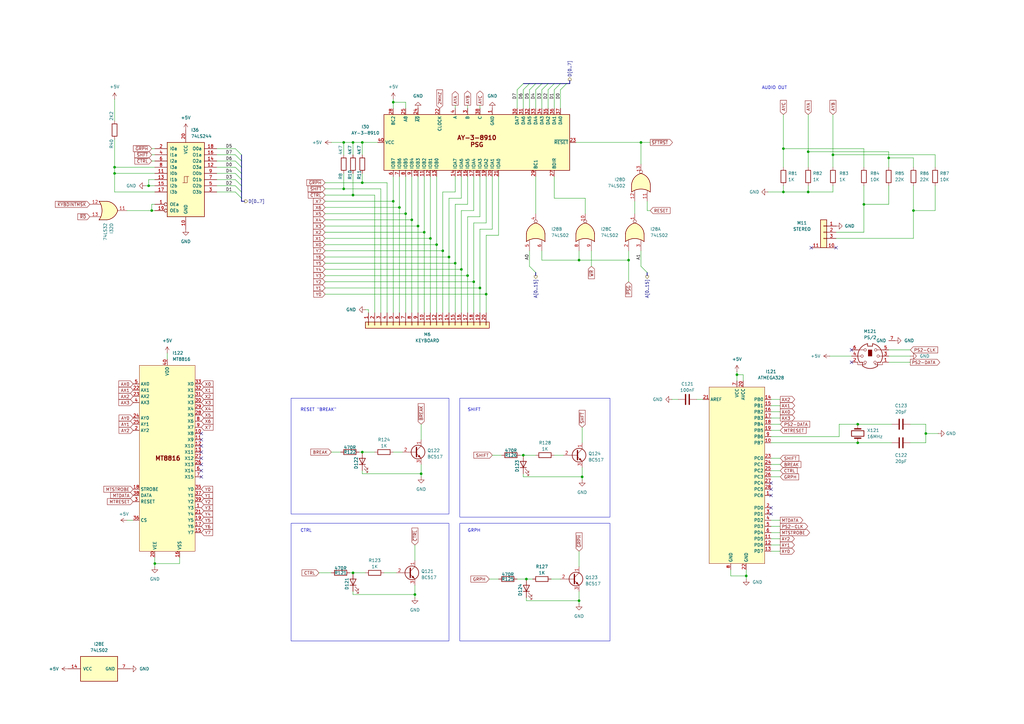
<source format=kicad_sch>
(kicad_sch (version 20250114) (generator "eeschema") (generator_version "9.0")
  (paper "A3")
  (rectangle (start 119.38 214.63) (end 184.15 262.89))
  (rectangle (start 188.595 163.322) (end 250.19 212.09))
  (rectangle (start 119.38 163.322) (end 184.15 210.82))
  (rectangle (start 188.595 214.63) (end 250.19 262.89))
  (text "SHIFT" (at 191.77 168.91 0) (effects (font (size 1.27 1.27)) (justify left bottom)))
  (text "GRPH" (at 191.77 218.44 0) (effects (font (size 1.27 1.27)) (justify left bottom)))
  (text "CTRL\n" (at 123.19 218.44 0) (effects (font (size 1.27 1.27)) (justify left bottom)))
  (text "AUDIO OUT\n" (at 312.42 36.83 0) (effects (font (size 1.27 1.27)) (justify left bottom)))
  (text "RESET \"BREAK\"" (at 123.19 168.91 0) (effects (font (size 1.27 1.27)) (justify left bottom)))
  (junction (at 166.37 87.63))
  (junction (at 196.85 118.11))
  (junction (at 214.63 186.69))
  (junction (at 161.29 41.91))
  (junction (at 181.61 102.87))
  (junction (at 331.47 78.74))
  (junction (at 189.23 110.49))
  (junction (at 237.49 246.38))
  (junction (at 199.39 120.65))
  (junction (at 306.07 236.22))
  (junction (at 161.29 82.55))
  (junction (at 184.15 105.41))
  (junction (at 144.78 80.01))
  (junction (at 176.53 97.79))
  (junction (at 60.96 76.2))
  (junction (at 46.99 68.58))
  (junction (at 144.78 58.42))
  (junction (at 321.31 60.96))
  (junction (at 144.78 234.95))
  (junction (at 163.83 85.09))
  (junction (at 173.99 95.25))
  (junction (at 62.23 86.36))
  (junction (at 171.45 92.71))
  (junction (at 140.97 58.42))
  (junction (at 148.59 74.93))
  (junction (at 172.72 194.31))
  (junction (at 215.9 237.49))
  (junction (at 148.59 58.42))
  (junction (at 374.65 86.36))
  (junction (at 170.18 243.84))
  (junction (at 302.26 153.67))
  (junction (at 148.59 185.42))
  (junction (at 351.79 181.61))
  (junction (at 379.73 177.8))
  (junction (at 238.76 195.58))
  (junction (at 331.47 62.23))
  (junction (at 194.31 115.57))
  (junction (at 321.31 78.74))
  (junction (at 168.91 90.17))
  (junction (at 237.49 106.68))
  (junction (at 262.89 58.42))
  (junction (at 351.79 173.99))
  (junction (at 63.5 231.14))
  (junction (at 191.77 113.03))
  (junction (at 186.69 107.95))
  (junction (at 46.99 71.12))
  (junction (at 140.97 77.47))
  (junction (at 179.07 100.33))
  (junction (at 341.63 63.5))
  (junction (at 354.33 83.82))
  (junction (at 257.81 106.68))
  (junction (at 364.49 64.77))
  (no_connect (at 82.55 182.88))
  (no_connect (at 82.55 187.96))
  (no_connect (at 82.55 193.04))
  (no_connect (at 316.23 208.28))
  (no_connect (at 316.23 203.2))
  (no_connect (at 316.23 210.82))
  (no_connect (at 82.55 180.34))
  (no_connect (at 349.25 148.59))
  (no_connect (at 349.25 143.51))
  (no_connect (at 332.74 101.6))
  (no_connect (at 342.9 101.6))
  (no_connect (at 82.55 195.58))
  (no_connect (at 316.23 200.66))
  (no_connect (at 82.55 185.42))
  (no_connect (at 82.55 177.8))
  (no_connect (at 316.23 198.12))
  (no_connect (at 82.55 190.5))
  (bus_entry (at 96.52 63.5) (size 2.54 2.54))
  (bus_entry (at 229.87 36.83) (size 2.54 -2.54))
  (bus_entry (at 96.52 66.04) (size 2.54 2.54))
  (bus_entry (at 217.17 109.22) (size 2.54 2.54))
  (bus_entry (at 214.63 36.83) (size 2.54 -2.54))
  (bus_entry (at 96.52 78.74) (size 2.54 2.54))
  (bus_entry (at 96.52 73.66) (size 2.54 2.54))
  (bus_entry (at 262.89 109.22) (size 2.54 2.54))
  (bus_entry (at 219.71 36.83) (size 2.54 -2.54))
  (bus_entry (at 212.09 36.83) (size 2.54 -2.54))
  (bus_entry (at 217.17 36.83) (size 2.54 -2.54))
  (bus_entry (at 96.52 60.96) (size 2.54 2.54))
  (bus_entry (at 96.52 76.2) (size 2.54 2.54))
  (bus_entry (at 224.79 36.83) (size 2.54 -2.54))
  (bus_entry (at 222.25 36.83) (size 2.54 -2.54))
  (bus_entry (at 96.52 71.12) (size 2.54 2.54))
  (bus_entry (at 227.33 36.83) (size 2.54 -2.54))
  (bus_entry (at 96.52 68.58) (size 2.54 2.54))
  (wire (pts (xy 340.36 146.05) (xy 349.25 146.05)))
  (wire (pts (xy 199.39 72.39) (xy 199.39 91.44)))
  (wire (pts (xy 262.89 58.42) (xy 236.22 58.42)))
  (wire (pts (xy 262.89 67.31) (xy 262.89 58.42)))
  (wire (pts (xy 320.04 220.98) (xy 316.23 220.98)))
  (wire (pts (xy 166.37 41.91) (xy 161.29 41.91)))
  (wire (pts (xy 176.53 72.39) (xy 176.53 97.79)))
  (wire (pts (xy 88.9 63.5) (xy 96.52 63.5)))
  (wire (pts (xy 237.49 226.06) (xy 237.49 232.41)))
  (wire (pts (xy 316.23 179.07) (xy 344.17 179.07)))
  (wire (pts (xy 179.07 72.39) (xy 179.07 100.33)))
  (wire (pts (xy 320.04 218.44) (xy 316.23 218.44)))
  (wire (pts (xy 316.23 195.58) (xy 320.04 195.58)))
  (wire (pts (xy 171.45 92.71) (xy 171.45 128.27)))
  (bus (pts (xy 100.33 82.55) (xy 99.06 82.55)))
  (wire (pts (xy 214.63 186.69) (xy 219.71 186.69)))
  (wire (pts (xy 364.49 143.51) (xy 373.38 143.51)))
  (wire (pts (xy 63.5 232.41) (xy 63.5 231.14)))
  (wire (pts (xy 73.66 231.14) (xy 63.5 231.14)))
  (wire (pts (xy 170.18 223.52) (xy 170.18 229.87)))
  (wire (pts (xy 237.49 106.68) (xy 257.81 106.68)))
  (wire (pts (xy 144.78 58.42) (xy 148.59 58.42)))
  (wire (pts (xy 383.54 86.36) (xy 383.54 76.2)))
  (wire (pts (xy 170.18 243.84) (xy 170.18 245.11)))
  (wire (pts (xy 133.35 97.79) (xy 176.53 97.79)))
  (wire (pts (xy 373.38 181.61) (xy 379.73 181.61)))
  (bus (pts (xy 99.06 73.66) (xy 99.06 71.12)))
  (wire (pts (xy 275.59 163.83) (xy 278.13 163.83)))
  (wire (pts (xy 265.43 82.55) (xy 265.43 86.36)))
  (wire (pts (xy 341.63 63.5) (xy 341.63 68.58)))
  (bus (pts (xy 229.87 34.29) (xy 227.33 34.29)))
  (wire (pts (xy 320.04 168.91) (xy 316.23 168.91)))
  (wire (pts (xy 204.47 72.39) (xy 204.47 96.52)))
  (wire (pts (xy 238.76 175.26) (xy 238.76 181.61)))
  (wire (pts (xy 148.59 194.31) (xy 148.59 193.04)))
  (wire (pts (xy 88.9 60.96) (xy 96.52 60.96)))
  (wire (pts (xy 227.33 44.45) (xy 227.33 36.83)))
  (wire (pts (xy 316.23 181.61) (xy 351.79 181.61)))
  (wire (pts (xy 46.99 71.12) (xy 63.5 71.12)))
  (wire (pts (xy 133.35 90.17) (xy 168.91 90.17)))
  (bus (pts (xy 99.06 78.74) (xy 99.06 76.2)))
  (wire (pts (xy 168.91 90.17) (xy 168.91 128.27)))
  (wire (pts (xy 226.06 237.49) (xy 229.87 237.49)))
  (wire (pts (xy 52.07 86.36) (xy 62.23 86.36)))
  (wire (pts (xy 374.65 76.2) (xy 374.65 86.36)))
  (wire (pts (xy 240.03 81.28) (xy 227.33 81.28)))
  (bus (pts (xy 99.06 68.58) (xy 99.06 66.04)))
  (wire (pts (xy 172.72 194.31) (xy 172.72 195.58)))
  (bus (pts (xy 99.06 81.28) (xy 99.06 78.74)))
  (wire (pts (xy 163.83 85.09) (xy 163.83 128.27)))
  (wire (pts (xy 320.04 223.52) (xy 316.23 223.52)))
  (wire (pts (xy 184.15 105.41) (xy 184.15 128.27)))
  (wire (pts (xy 217.17 44.45) (xy 217.17 36.83)))
  (wire (pts (xy 260.35 82.55) (xy 260.35 87.63)))
  (wire (pts (xy 148.59 58.42) (xy 148.59 63.5)))
  (wire (pts (xy 68.58 144.78) (xy 68.58 147.32)))
  (wire (pts (xy 133.35 95.25) (xy 173.99 95.25)))
  (wire (pts (xy 299.72 233.68) (xy 299.72 236.22)))
  (wire (pts (xy 224.79 44.45) (xy 224.79 36.83)))
  (wire (pts (xy 320.04 166.37) (xy 316.23 166.37)))
  (wire (pts (xy 302.26 152.4) (xy 302.26 153.67)))
  (wire (pts (xy 320.04 163.83) (xy 316.23 163.83)))
  (bus (pts (xy 222.25 34.29) (xy 219.71 34.29)))
  (wire (pts (xy 144.78 243.84) (xy 170.18 243.84)))
  (wire (pts (xy 196.85 72.39) (xy 196.85 88.9)))
  (wire (pts (xy 237.49 102.87) (xy 237.49 106.68)))
  (wire (pts (xy 153.67 128.27) (xy 153.67 80.01)))
  (wire (pts (xy 191.77 113.03) (xy 191.77 128.27)))
  (wire (pts (xy 172.72 173.99) (xy 172.72 180.34)))
  (wire (pts (xy 133.35 100.33) (xy 179.07 100.33)))
  (wire (pts (xy 148.59 185.42) (xy 153.67 185.42)))
  (wire (pts (xy 135.89 185.42) (xy 139.7 185.42)))
  (wire (pts (xy 186.69 43.18) (xy 186.69 44.45)))
  (wire (pts (xy 212.09 44.45) (xy 212.09 36.83)))
  (wire (pts (xy 176.53 97.79) (xy 176.53 128.27)))
  (wire (pts (xy 364.49 64.77) (xy 364.49 68.58)))
  (wire (pts (xy 237.49 246.38) (xy 237.49 247.65)))
  (wire (pts (xy 196.85 43.18) (xy 196.85 44.45)))
  (wire (pts (xy 200.66 237.49) (xy 204.47 237.49)))
  (wire (pts (xy 186.69 83.82) (xy 186.69 107.95)))
  (wire (pts (xy 135.89 58.42) (xy 140.97 58.42)))
  (wire (pts (xy 316.23 187.96) (xy 320.04 187.96)))
  (wire (pts (xy 46.99 68.58) (xy 46.99 57.15)))
  (wire (pts (xy 257.81 106.68) (xy 257.81 115.57)))
  (wire (pts (xy 213.36 186.69) (xy 214.63 186.69)))
  (wire (pts (xy 133.35 85.09) (xy 163.83 85.09)))
  (wire (pts (xy 163.83 72.39) (xy 163.83 85.09)))
  (wire (pts (xy 170.18 240.03) (xy 170.18 243.84)))
  (wire (pts (xy 262.89 102.87) (xy 262.89 109.22)))
  (wire (pts (xy 215.9 237.49) (xy 218.44 237.49)))
  (wire (pts (xy 140.97 71.12) (xy 140.97 77.47)))
  (wire (pts (xy 214.63 44.45) (xy 214.63 36.83)))
  (wire (pts (xy 237.49 242.57) (xy 237.49 246.38)))
  (wire (pts (xy 149.86 127) (xy 151.13 127)))
  (wire (pts (xy 374.65 68.58) (xy 374.65 64.77)))
  (wire (pts (xy 219.71 44.45) (xy 219.71 36.83)))
  (wire (pts (xy 148.59 74.93) (xy 158.75 74.93)))
  (wire (pts (xy 189.23 81.28) (xy 184.15 81.28)))
  (wire (pts (xy 133.35 120.65) (xy 199.39 120.65)))
  (wire (pts (xy 351.79 181.61) (xy 365.76 181.61)))
  (wire (pts (xy 222.25 102.87) (xy 222.25 106.68)))
  (wire (pts (xy 306.07 233.68) (xy 306.07 236.22)))
  (wire (pts (xy 374.65 64.77) (xy 364.49 64.77)))
  (bus (pts (xy 99.06 82.55) (xy 99.06 81.28)))
  (bus (pts (xy 224.79 34.29) (xy 222.25 34.29)))
  (wire (pts (xy 342.9 95.25) (xy 354.33 95.25)))
  (wire (pts (xy 133.35 80.01) (xy 144.78 80.01)))
  (wire (pts (xy 320.04 213.36) (xy 316.23 213.36)))
  (wire (pts (xy 354.33 60.96) (xy 354.33 68.58)))
  (wire (pts (xy 130.81 234.95) (xy 135.89 234.95)))
  (wire (pts (xy 364.49 62.23) (xy 364.49 64.77)))
  (wire (pts (xy 144.78 80.01) (xy 153.67 80.01)))
  (wire (pts (xy 331.47 78.74) (xy 341.63 78.74)))
  (bus (pts (xy 227.33 34.29) (xy 224.79 34.29)))
  (wire (pts (xy 140.97 77.47) (xy 156.21 77.47)))
  (wire (pts (xy 320.04 173.99) (xy 316.23 173.99)))
  (wire (pts (xy 331.47 76.2) (xy 331.47 78.74)))
  (wire (pts (xy 306.07 236.22) (xy 306.07 237.49)))
  (wire (pts (xy 133.35 77.47) (xy 140.97 77.47)))
  (wire (pts (xy 383.54 63.5) (xy 383.54 68.58)))
  (wire (pts (xy 320.04 226.06) (xy 316.23 226.06)))
  (wire (pts (xy 52.07 213.36) (xy 54.61 213.36)))
  (wire (pts (xy 199.39 91.44) (xy 194.31 91.44)))
  (wire (pts (xy 354.33 83.82) (xy 354.33 76.2)))
  (wire (pts (xy 364.49 76.2) (xy 364.49 83.82)))
  (wire (pts (xy 73.66 228.6) (xy 73.66 231.14)))
  (wire (pts (xy 321.31 76.2) (xy 321.31 78.74)))
  (wire (pts (xy 342.9 97.79) (xy 374.65 97.79)))
  (bus (pts (xy 265.43 113.03) (xy 265.43 111.76)))
  (wire (pts (xy 173.99 72.39) (xy 173.99 95.25)))
  (wire (pts (xy 316.23 176.53) (xy 320.04 176.53)))
  (wire (pts (xy 63.5 231.14) (xy 63.5 228.6)))
  (wire (pts (xy 379.73 177.8) (xy 384.81 177.8)))
  (wire (pts (xy 184.15 81.28) (xy 184.15 105.41)))
  (wire (pts (xy 133.35 110.49) (xy 189.23 110.49)))
  (wire (pts (xy 354.33 95.25) (xy 354.33 83.82)))
  (wire (pts (xy 158.75 128.27) (xy 158.75 74.93)))
  (wire (pts (xy 179.07 100.33) (xy 179.07 128.27)))
  (wire (pts (xy 265.43 86.36) (xy 266.7 86.36)))
  (wire (pts (xy 212.09 237.49) (xy 215.9 237.49)))
  (wire (pts (xy 189.23 86.36) (xy 189.23 110.49)))
  (wire (pts (xy 299.72 236.22) (xy 306.07 236.22)))
  (wire (pts (xy 88.9 66.04) (xy 96.52 66.04)))
  (wire (pts (xy 199.39 96.52) (xy 199.39 120.65)))
  (wire (pts (xy 344.17 179.07) (xy 344.17 173.99)))
  (wire (pts (xy 60.96 73.66) (xy 60.96 76.2)))
  (bus (pts (xy 99.06 76.2) (xy 99.06 73.66)))
  (wire (pts (xy 157.48 234.95) (xy 162.56 234.95)))
  (wire (pts (xy 364.49 83.82) (xy 354.33 83.82)))
  (wire (pts (xy 62.23 83.82) (xy 62.23 86.36)))
  (wire (pts (xy 262.89 58.42) (xy 266.7 58.42)))
  (wire (pts (xy 219.71 72.39) (xy 219.71 87.63)))
  (wire (pts (xy 316.23 190.5) (xy 320.04 190.5)))
  (wire (pts (xy 194.31 86.36) (xy 189.23 86.36)))
  (wire (pts (xy 181.61 102.87) (xy 181.61 128.27)))
  (wire (pts (xy 161.29 41.91) (xy 161.29 44.45)))
  (wire (pts (xy 63.5 83.82) (xy 62.23 83.82)))
  (wire (pts (xy 320.04 171.45) (xy 316.23 171.45)))
  (wire (pts (xy 196.85 88.9) (xy 191.77 88.9)))
  (wire (pts (xy 133.35 118.11) (xy 196.85 118.11)))
  (wire (pts (xy 379.73 173.99) (xy 379.73 177.8)))
  (wire (pts (xy 240.03 87.63) (xy 240.03 81.28)))
  (wire (pts (xy 133.35 82.55) (xy 161.29 82.55)))
  (wire (pts (xy 302.26 153.67) (xy 302.26 156.21)))
  (wire (pts (xy 321.31 60.96) (xy 354.33 60.96)))
  (wire (pts (xy 257.81 102.87) (xy 257.81 106.68)))
  (wire (pts (xy 214.63 195.58) (xy 238.76 195.58)))
  (wire (pts (xy 88.9 76.2) (xy 96.52 76.2)))
  (wire (pts (xy 374.65 97.79) (xy 374.65 86.36)))
  (wire (pts (xy 133.35 113.03) (xy 191.77 113.03)))
  (wire (pts (xy 133.35 107.95) (xy 186.69 107.95)))
  (bus (pts (xy 233.68 34.29) (xy 232.41 34.29)))
  (bus (pts (xy 233.68 33.02) (xy 233.68 34.29)))
  (wire (pts (xy 191.77 72.39) (xy 191.77 83.82)))
  (wire (pts (xy 189.23 72.39) (xy 189.23 81.28)))
  (wire (pts (xy 60.96 76.2) (xy 63.5 76.2)))
  (wire (pts (xy 133.35 102.87) (xy 181.61 102.87)))
  (wire (pts (xy 147.32 185.42) (xy 148.59 185.42)))
  (wire (pts (xy 238.76 195.58) (xy 238.76 196.85)))
  (wire (pts (xy 161.29 72.39) (xy 161.29 82.55)))
  (wire (pts (xy 133.35 105.41) (xy 184.15 105.41)))
  (wire (pts (xy 304.8 153.67) (xy 302.26 153.67)))
  (wire (pts (xy 60.96 73.66) (xy 63.5 73.66)))
  (wire (pts (xy 229.87 44.45) (xy 229.87 36.83)))
  (wire (pts (xy 191.77 83.82) (xy 186.69 83.82)))
  (wire (pts (xy 351.79 173.99) (xy 365.76 173.99)))
  (wire (pts (xy 374.65 86.36) (xy 383.54 86.36)))
  (wire (pts (xy 172.72 190.5) (xy 172.72 194.31)))
  (wire (pts (xy 62.23 86.36) (xy 63.5 86.36)))
  (wire (pts (xy 161.29 185.42) (xy 165.1 185.42)))
  (wire (pts (xy 196.85 118.11) (xy 196.85 128.27)))
  (wire (pts (xy 166.37 72.39) (xy 166.37 87.63)))
  (wire (pts (xy 316.23 193.04) (xy 320.04 193.04)))
  (wire (pts (xy 199.39 120.65) (xy 199.39 128.27)))
  (wire (pts (xy 201.93 186.69) (xy 205.74 186.69)))
  (wire (pts (xy 166.37 87.63) (xy 166.37 128.27)))
  (wire (pts (xy 88.9 71.12) (xy 96.52 71.12)))
  (wire (pts (xy 148.59 58.42) (xy 154.94 58.42)))
  (wire (pts (xy 156.21 128.27) (xy 156.21 77.47)))
  (bus (pts (xy 219.71 34.29) (xy 217.17 34.29)))
  (wire (pts (xy 341.63 46.99) (xy 341.63 63.5)))
  (wire (pts (xy 88.9 78.74) (xy 96.52 78.74)))
  (wire (pts (xy 238.76 191.77) (xy 238.76 195.58)))
  (bus (pts (xy 232.41 34.29) (xy 229.87 34.29)))
  (wire (pts (xy 227.33 81.28) (xy 227.33 72.39)))
  (wire (pts (xy 194.31 91.44) (xy 194.31 115.57)))
  (wire (pts (xy 143.51 234.95) (xy 144.78 234.95)))
  (wire (pts (xy 186.69 78.74) (xy 181.61 78.74)))
  (wire (pts (xy 331.47 62.23) (xy 331.47 68.58)))
  (wire (pts (xy 222.25 106.68) (xy 237.49 106.68)))
  (wire (pts (xy 46.99 68.58) (xy 63.5 68.58)))
  (wire (pts (xy 364.49 148.59) (xy 373.38 148.59)))
  (wire (pts (xy 191.77 88.9) (xy 191.77 113.03)))
  (wire (pts (xy 161.29 82.55) (xy 161.29 128.27)))
  (wire (pts (xy 379.73 181.61) (xy 379.73 177.8)))
  (wire (pts (xy 161.29 40.64) (xy 161.29 41.91)))
  (wire (pts (xy 62.23 66.04) (xy 63.5 66.04)))
  (wire (pts (xy 88.9 73.66) (xy 96.52 73.66)))
  (wire (pts (xy 341.63 63.5) (xy 383.54 63.5)))
  (wire (pts (xy 222.25 44.45) (xy 222.25 36.83)))
  (wire (pts (xy 148.59 194.31) (xy 172.72 194.31)))
  (wire (pts (xy 201.93 93.98) (xy 196.85 93.98)))
  (wire (pts (xy 204.47 96.52) (xy 199.39 96.52)))
  (bus (pts (xy 99.06 71.12) (xy 99.06 68.58)))
  (wire (pts (xy 168.91 72.39) (xy 168.91 90.17)))
  (wire (pts (xy 194.31 72.39) (xy 194.31 86.36)))
  (wire (pts (xy 321.31 78.74) (xy 331.47 78.74)))
  (wire (pts (xy 186.69 107.95) (xy 186.69 128.27)))
  (wire (pts (xy 181.61 78.74) (xy 181.61 102.87)))
  (wire (pts (xy 173.99 95.25) (xy 173.99 128.27)))
  (wire (pts (xy 151.13 127) (xy 151.13 128.27)))
  (wire (pts (xy 321.31 46.99) (xy 321.31 60.96)))
  (wire (pts (xy 46.99 78.74) (xy 63.5 78.74)))
  (wire (pts (xy 62.23 63.5) (xy 63.5 63.5)))
  (wire (pts (xy 227.33 186.69) (xy 231.14 186.69)))
  (bus (pts (xy 219.71 113.03) (xy 219.71 111.76)))
  (wire (pts (xy 331.47 62.23) (xy 364.49 62.23)))
  (wire (pts (xy 214.63 195.58) (xy 214.63 194.31)))
  (wire (pts (xy 373.38 173.99) (xy 379.73 173.99)))
  (wire (pts (xy 321.31 60.96) (xy 321.31 68.58)))
  (wire (pts (xy 144.78 71.12) (xy 144.78 80.01)))
  (wire (pts (xy 62.23 60.96) (xy 63.5 60.96)))
  (wire (pts (xy 46.99 78.74) (xy 46.99 71.12)))
  (wire (pts (xy 46.99 40.64) (xy 46.99 49.53)))
  (wire (pts (xy 186.69 72.39) (xy 186.69 78.74)))
  (wire (pts (xy 148.59 71.12) (xy 148.59 74.93)))
  (wire (pts (xy 140.97 58.42) (xy 140.97 63.5)))
  (bus (pts (xy 217.17 34.29) (xy 214.63 34.29)))
  (wire (pts (xy 217.17 102.87) (xy 217.17 109.22)))
  (wire (pts (xy 242.57 109.22) (xy 242.57 102.87)))
  (wire (pts (xy 144.78 58.42) (xy 144.78 63.5)))
  (wire (pts (xy 285.75 163.83) (xy 288.29 163.83)))
  (wire (pts (xy 133.35 87.63) (xy 166.37 87.63)))
  (wire (pts (xy 344.17 173.99) (xy 351.79 173.99)))
  (wire (pts (xy 46.99 71.12) (xy 46.99 68.58)))
  (wire (pts (xy 133.35 92.71) (xy 171.45 92.71)))
  (wire (pts (xy 171.45 72.39) (xy 171.45 92.71)))
  (wire (pts (xy 166.37 44.45) (xy 166.37 41.91)))
  (wire (pts (xy 215.9 246.38) (xy 237.49 246.38)))
  (wire (pts (xy 196.85 93.98) (xy 196.85 118.11)))
  (wire (pts (xy 144.78 243.84) (xy 144.78 242.57)))
  (wire (pts (xy 144.78 234.95) (xy 149.86 234.95)))
  (wire (pts (xy 191.77 43.18) (xy 191.77 44.45)))
  (wire (pts (xy 133.35 74.93) (xy 148.59 74.93)))
  (wire (pts (xy 189.23 110.49) (xy 189.23 128.27)))
  (wire (pts (xy 215.9 246.38) (xy 215.9 245.11)))
  (wire (pts (xy 320.04 215.9) (xy 316.23 215.9)))
  (wire (pts (xy 314.96 78.74) (xy 321.31 78.74)))
  (wire (pts (xy 201.93 72.39) (xy 201.93 93.98)))
  (wire (pts (xy 304.8 156.21) (xy 304.8 153.67)))
  (bus (pts (xy 99.06 66.04) (xy 99.06 63.5)))
  (wire (pts (xy 140.97 58.42) (xy 144.78 58.42)))
  (wire (pts (xy 88.9 68.58) (xy 96.52 68.58)))
  (wire (pts (xy 364.49 146.05) (xy 373.38 146.05)))
  (wire (pts (xy 133.35 115.57) (xy 194.31 115.57)))
  (wire (pts (xy 194.31 115.57) (xy 194.31 128.27)))
  (wire (pts (xy 341.63 78.74) (xy 341.63 76.2)))
  (wire (pts (xy 59.69 76.2) (xy 60.96 76.2)))
  (wire (pts (xy 331.47 46.99) (xy 331.47 62.23)))
  (label "D6" (at 214.63 38.1 270))
  (label "D4" (at 219.71 38.1 270))
  (label "D0" (at 95.25 68.58 180))
  (label "D2" (at 224.79 38.1 270))
  (label "D6" (at 95.25 66.04 180))
  (label "D7" (at 212.09 38.1 270))
  (label "D5" (at 217.17 38.1 270))
  (label "D0" (at 229.87 38.1 270))
  (label "D3" (at 222.25 38.1 270))
  (label "A1" (at 262.89 106.68 90))
  (label "D4" (at 95.25 71.12 180))
  (label "D1" (at 95.25 78.74 180))
  (label "D5" (at 95.25 60.96 180))
  (label "D7" (at 95.25 63.5 180))
  (label "D3" (at 95.25 73.66 180))
  (label "D1" (at 227.33 38.1 270))
  (label "A0" (at 217.17 106.68 90))
  (label "D2" (at 95.25 76.2 180))
  (global_label "~{GRPH}" (shape input) (at 133.35 74.93 180) (property "Intersheetrefs" "${INTERSHEET_REFS}" (effects (hide yes))))
  (global_label "Y6" (shape input) (at 82.55 215.9 0) (property "Intersheetrefs" "${INTERSHEET_REFS}" (effects (hide yes))))
  (global_label "X2" (shape input) (at 82.55 162.56 0) (property "Intersheetrefs" "${INTERSHEET_REFS}" (effects (hide yes))))
  (global_label "AYC" (shape input) (at 321.31 46.99 90) (property "Intersheetrefs" "${INTERSHEET_REFS}" (effects (hide yes))))
  (global_label "MTDATA" (shape input) (at 54.61 203.2 180) (property "Intersheetrefs" "${INTERSHEET_REFS}" (effects (hide yes))))
  (global_label "X0" (shape input) (at 82.55 157.48 0) (property "Intersheetrefs" "${INTERSHEET_REFS}" (effects (hide yes))))
  (global_label "~{BREAK}" (shape input) (at 172.72 173.99 90) (property "Intersheetrefs" "${INTERSHEET_REFS}" (effects (hide yes))))
  (global_label "Y4" (shape input) (at 82.55 210.82 0) (property "Intersheetrefs" "${INTERSHEET_REFS}" (effects (hide yes))))
  (global_label "PS2-CLK" (shape output) (at 320.04 215.9 0) (property "Intersheetrefs" "${INTERSHEET_REFS}" (effects (hide yes))))
  (global_label "AX0" (shape input) (at 54.61 157.48 180) (property "Intersheetrefs" "${INTERSHEET_REFS}" (effects (hide yes))))
  (global_label "~{CTRL}" (shape input) (at 170.18 223.52 90) (property "Intersheetrefs" "${INTERSHEET_REFS}" (effects (hide yes))))
  (global_label "Y6" (shape input) (at 133.35 105.41 180) (property "Intersheetrefs" "${INTERSHEET_REFS}" (effects (hide yes))))
  (global_label "~{KYBDINTMSK}" (shape input) (at 36.83 83.82 180) (property "Intersheetrefs" "${INTERSHEET_REFS}" (effects (hide yes))))
  (global_label "Y2" (shape input) (at 82.55 205.74 0) (property "Intersheetrefs" "${INTERSHEET_REFS}" (effects (hide yes))))
  (global_label "MTDATA" (shape output) (at 320.04 213.36 0) (property "Intersheetrefs" "${INTERSHEET_REFS}" (effects (hide yes))))
  (global_label "X7" (shape input) (at 133.35 82.55 180) (property "Intersheetrefs" "${INTERSHEET_REFS}" (effects (hide yes))))
  (global_label "Y2" (shape input) (at 133.35 115.57 180) (property "Intersheetrefs" "${INTERSHEET_REFS}" (effects (hide yes))))
  (global_label "~{GRPH}" (shape input) (at 237.49 226.06 90) (property "Intersheetrefs" "${INTERSHEET_REFS}" (effects (hide yes))))
  (global_label "X7" (shape input) (at 82.55 175.26 0) (property "Intersheetrefs" "${INTERSHEET_REFS}" (effects (hide yes))))
  (global_label "GRPH" (shape input) (at 320.04 195.58 0) (property "Intersheetrefs" "${INTERSHEET_REFS}" (effects (hide yes))))
  (global_label "X3" (shape input) (at 82.55 165.1 0) (property "Intersheetrefs" "${INTERSHEET_REFS}" (effects (hide yes))))
  (global_label "X5" (shape input) (at 133.35 87.63 180) (property "Intersheetrefs" "${INTERSHEET_REFS}" (effects (hide yes))))
  (global_label "AX3" (shape input) (at 54.61 165.1 180) (property "Intersheetrefs" "${INTERSHEET_REFS}" (effects (hide yes))))
  (global_label "AY0" (shape output) (at 320.04 226.06 0) (property "Intersheetrefs" "${INTERSHEET_REFS}" (effects (hide yes))))
  (global_label "AY1" (shape input) (at 54.61 173.99 180) (property "Intersheetrefs" "${INTERSHEET_REFS}" (effects (hide yes))))
  (global_label "RESET" (shape input) (at 266.7 86.36 0) (property "Intersheetrefs" "${INTERSHEET_REFS}" (effects (hide yes))))
  (global_label "~{SFTRST}" (shape output) (at 266.7 58.42 0) (property "Intersheetrefs" "${INTERSHEET_REFS}" (effects (hide yes))))
  (global_label "~{RD}" (shape input) (at 36.83 88.9 180) (property "Intersheetrefs" "${INTERSHEET_REFS}" (effects (hide yes))))
  (global_label "AY2" (shape output) (at 320.04 220.98 0) (property "Intersheetrefs" "${INTERSHEET_REFS}" (effects (hide yes))))
  (global_label "AY0" (shape input) (at 54.61 171.45 180) (property "Intersheetrefs" "${INTERSHEET_REFS}" (effects (hide yes))))
  (global_label "Y1" (shape input) (at 133.35 118.11 180) (property "Intersheetrefs" "${INTERSHEET_REFS}" (effects (hide yes))))
  (global_label "AYA" (shape output) (at 186.69 43.18 90) (property "Intersheetrefs" "${INTERSHEET_REFS}" (effects (hide yes))))
  (global_label "SHIFT" (shape input) (at 201.93 186.69 180) (property "Intersheetrefs" "${INTERSHEET_REFS}" (effects (hide yes))))
  (global_label "SHIFT" (shape input) (at 320.04 187.96 0) (property "Intersheetrefs" "${INTERSHEET_REFS}" (effects (hide yes))))
  (global_label "Y3" (shape input) (at 133.35 113.03 180) (property "Intersheetrefs" "${INTERSHEET_REFS}" (effects (hide yes))))
  (global_label "Y7" (shape input) (at 82.55 218.44 0) (property "Intersheetrefs" "${INTERSHEET_REFS}" (effects (hide yes))))
  (global_label "X6" (shape input) (at 133.35 85.09 180) (property "Intersheetrefs" "${INTERSHEET_REFS}" (effects (hide yes))))
  (global_label "~{CTRL}" (shape input) (at 62.23 66.04 180) (property "Intersheetrefs" "${INTERSHEET_REFS}" (effects (hide yes))))
  (global_label "Y7" (shape input) (at 133.35 102.87 180) (property "Intersheetrefs" "${INTERSHEET_REFS}" (effects (hide yes))))
  (global_label "X0" (shape input) (at 133.35 100.33 180) (property "Intersheetrefs" "${INTERSHEET_REFS}" (effects (hide yes))))
  (global_label "AX1" (shape output) (at 320.04 166.37 0) (property "Intersheetrefs" "${INTERSHEET_REFS}" (effects (hide yes))))
  (global_label "AY2" (shape input) (at 54.61 176.53 180) (property "Intersheetrefs" "${INTERSHEET_REFS}" (effects (hide yes))))
  (global_label "X4" (shape input) (at 133.35 90.17 180) (property "Intersheetrefs" "${INTERSHEET_REFS}" (effects (hide yes))))
  (global_label "X1" (shape input) (at 82.55 160.02 0) (property "Intersheetrefs" "${INTERSHEET_REFS}" (effects (hide yes))))
  (global_label "Y4" (shape input) (at 133.35 110.49 180) (property "Intersheetrefs" "${INTERSHEET_REFS}" (effects (hide yes))))
  (global_label "X3" (shape input) (at 133.35 92.71 180) (property "Intersheetrefs" "${INTERSHEET_REFS}" (effects (hide yes))))
  (global_label "GRPH" (shape input) (at 200.66 237.49 180) (property "Intersheetrefs" "${INTERSHEET_REFS}" (effects (hide yes))))
  (global_label "~{SHFT}" (shape input) (at 238.76 175.26 90) (property "Intersheetrefs" "${INTERSHEET_REFS}" (effects (hide yes))))
  (global_label "~{PSG}" (shape input) (at 257.81 115.57 270) (property "Intersheetrefs" "${INTERSHEET_REFS}" (effects (hide yes))))
  (global_label "~{WR}" (shape input) (at 242.57 109.22 270) (property "Intersheetrefs" "${INTERSHEET_REFS}" (effects (hide yes))))
  (global_label "PS2-DATA" (shape input) (at 320.04 173.99 0) (property "Intersheetrefs" "${INTERSHEET_REFS}" (effects (hide yes))))
  (global_label "CTRL" (shape input) (at 130.81 234.95 180) (property "Intersheetrefs" "${INTERSHEET_REFS}" (effects (hide yes))))
  (global_label "MTRESET" (shape input) (at 54.61 205.74 180) (property "Intersheetrefs" "${INTERSHEET_REFS}" (effects (hide yes))))
  (global_label "PS2-CLK" (shape input) (at 373.38 143.51 0) (property "Intersheetrefs" "${INTERSHEET_REFS}" (effects (hide yes))))
  (global_label "Y0" (shape input) (at 82.55 200.66 0) (property "Intersheetrefs" "${INTERSHEET_REFS}" (effects (hide yes))))
  (global_label "AX0" (shape output) (at 320.04 168.91 0) (property "Intersheetrefs" "${INTERSHEET_REFS}" (effects (hide yes))))
  (global_label "MTSTROBE" (shape output) (at 320.04 218.44 0) (property "Intersheetrefs" "${INTERSHEET_REFS}" (effects (hide yes))))
  (global_label "X1" (shape input) (at 133.35 97.79 180) (property "Intersheetrefs" "${INTERSHEET_REFS}" (effects (hide yes))))
  (global_label "AX1" (shape input) (at 54.61 160.02 180) (property "Intersheetrefs" "${INTERSHEET_REFS}" (effects (hide yes))))
  (global_label "AYB" (shape output) (at 191.77 43.18 90) (property "Intersheetrefs" "${INTERSHEET_REFS}" (effects (hide yes))))
  (global_label "AYA" (shape input) (at 331.47 46.99 90) (property "Intersheetrefs" "${INTERSHEET_REFS}" (effects (hide yes))))
  (global_label "~{GRPH}" (shape input) (at 62.23 60.96 180) (property "Intersheetrefs" "${INTERSHEET_REFS}" (effects (hide yes))))
  (global_label "Y0" (shape input) (at 133.35 120.65 180) (property "Intersheetrefs" "${INTERSHEET_REFS}" (effects (hide yes))))
  (global_label "PS2-DATA" (shape output) (at 373.38 148.59 0) (property "Intersheetrefs" "${INTERSHEET_REFS}" (effects (hide yes))))
  (global_label "Y5" (shape input) (at 133.35 107.95 180) (property "Intersheetrefs" "${INTERSHEET_REFS}" (effects (hide yes))))
  (global_label "~{SHFT}" (shape input) (at 62.23 63.5 180) (property "Intersheetrefs" "${INTERSHEET_REFS}" (effects (hide yes))))
  (global_label "BREAK" (shape input) (at 320.04 190.5 0) (property "Intersheetrefs" "${INTERSHEET_REFS}" (effects (hide yes))))
  (global_label "AY1" (shape output) (at 320.04 223.52 0) (property "Intersheetrefs" "${INTERSHEET_REFS}" (effects (hide yes))))
  (global_label "X4" (shape input) (at 82.55 167.64 0) (property "Intersheetrefs" "${INTERSHEET_REFS}" (effects (hide yes))))
  (global_label "AYB" (shape input) (at 341.63 46.99 90) (property "Intersheetrefs" "${INTERSHEET_REFS}" (effects (hide yes))))
  (global_label "MTRESET" (shape input) (at 320.04 176.53 0) (property "Intersheetrefs" "${INTERSHEET_REFS}" (effects (hide yes))))
  (global_label "Y5" (shape input) (at 82.55 213.36 0) (property "Intersheetrefs" "${INTERSHEET_REFS}" (effects (hide yes))))
  (global_label "X2" (shape input) (at 133.35 95.25 180) (property "Intersheetrefs" "${INTERSHEET_REFS}" (effects (hide yes))))
  (global_label "CTRL" (shape input) (at 320.04 193.04 0) (property "Intersheetrefs" "${INTERSHEET_REFS}" (effects (hide yes))))
  (global_label "AX2" (shape output) (at 320.04 163.83 0) (property "Intersheetrefs" "${INTERSHEET_REFS}" (effects (hide yes))))
  (global_label "2MHZ" (shape input) (at 180.34 44.45 90) (property "Intersheetrefs" "${INTERSHEET_REFS}" (effects (hide yes))))
  (global_label "X6" (shape input) (at 82.55 172.72 0) (property "Intersheetrefs" "${INTERSHEET_REFS}" (effects (hide yes))))
  (global_label "BREAK" (shape input) (at 135.89 185.42 180) (property "Intersheetrefs" "${INTERSHEET_REFS}" (effects (hide yes))))
  (global_label "X5" (shape input) (at 82.55 170.18 0) (property "Intersheetrefs" "${INTERSHEET_REFS}" (effects (hide yes))))
  (global_label "AX2" (shape input) (at 54.61 162.56 180) (property "Intersheetrefs" "${INTERSHEET_REFS}" (effects (hide yes))))
  (global_label "MTSTROBE" (shape input) (at 54.61 200.66 180) (property "Intersheetrefs" "${INTERSHEET_REFS}" (effects (hide yes))))
  (global_label "Y3" (shape input) (at 82.55 208.28 0) (property "Intersheetrefs" "${INTERSHEET_REFS}" (effects (hide yes))))
  (global_label "Y1" (shape input) (at 82.55 203.2 0) (property "Intersheetrefs" "${INTERSHEET_REFS}" (effects (hide yes))))
  (global_label "AX3" (shape output) (at 320.04 171.45 0) (property "Intersheetrefs" "${INTERSHEET_REFS}" (effects (hide yes))))
  (global_label "~{SHFT}" (shape input) (at 133.35 77.47 180) (property "Intersheetrefs" "${INTERSHEET_REFS}" (effects (hide yes))))
  (global_label "~{CTRL}" (shape input) (at 133.35 80.01 180) (property "Intersheetrefs" "${INTERSHEET_REFS}" (effects (hide yes))))
  (global_label "AYC" (shape output) (at 196.85 43.18 90) (property "Intersheetrefs" "${INTERSHEET_REFS}" (effects (hide yes))))
  (hierarchical_label "D[0..7]" (shape output) (at 100.33 82.55 0))
  (hierarchical_label "A[0..15]" (shape output) (at 265.43 113.03 270))
  (hierarchical_label "A[0..15]" (shape output) (at 219.71 113.03 270))
  (hierarchical_label "D[0..7]" (shape output) (at 233.68 33.02 90))
  (symbol (lib_id "power:GND") (at 384.81 177.8 90) (unit 1)
    (property "Reference" "#PWR0116" (effects (hide yes)))
    (property "Value" "GND" (at 387.985 177.7999 90) (effects (justify right)))
    (property "Description" "Power symbol creates a global label with name \"GND\" , ground" (effects (hide yes)))
  )
  (symbol (lib_id "74xx:74LS02") (at 262.89 74.93 270) (mirror x) (unit 4)
    (property "Reference" "I28" (at 256.54 73.6599 90) (effects (justify right)))
    (property "Value" "74LS02" (at 256.54 76.1999 90) (effects (justify right)))
    (property "Footprint" "Einstein:DIP-14_W7.62mm" (effects (hide yes)))
    (property "Datasheet" "http://www.ti.com/lit/gpn/sn74ls02" (effects (hide yes)))
    (property "Description" "quad 2-input NOR gate" (effects (hide yes)))
  )
  (symbol (lib_id "power:GND") (at 238.76 196.85 0) (unit 1)
    (property "Reference" "#PWR038" (effects (hide yes)))
    (property "Value" "GND" (at 238.76 201.93 0))
    (property "Description" "Power symbol creates a global label with name \"GND\" , ground" (effects (hide yes)))
  )
  (symbol (lib_id "Device:R") (at 223.52 186.69 90) (mirror x) (unit 1)
    (property "Reference" "R128" (at 223.52 181.61 90))
    (property "Value" "1K" (at 223.52 184.15 90))
    (property "Footprint" "Einstein:Resistor 10.16mm" (effects (hide yes)))
    (property "Description" "Resistor" (effects (hide yes)))
  )
  (symbol (lib_id "power:GND") (at 76.2 93.98 0) (unit 1)
    (property "Reference" "#PWR0184" (effects (hide yes)))
    (property "Value" "GND" (at 76.2 99.06 0))
    (property "Description" "Power symbol creates a global label with name \"GND\" , ground" (effects (hide yes)))
  )
  (symbol (lib_id "Device:R") (at 222.25 237.49 90) (mirror x) (unit 1)
    (property "Reference" "R127" (at 222.25 232.41 90))
    (property "Value" "1K" (at 222.25 234.95 90))
    (property "Footprint" "Einstein:Resistor 10.16mm" (effects (hide yes)))
    (property "Description" "Resistor" (effects (hide yes)))
  )
  (symbol (lib_id "Transistor_BJT:BC547") (at 167.64 234.95 0) (unit 1)
    (property "Reference" "Q121" (at 172.72 234.315 0) (effects (justify left)))
    (property "Value" "BC517" (at 172.72 236.855 0) (effects (justify left)))
    (property "Footprint" "Einstein:Transistor - Box 1 (Leg Rear)" (effects (hide yes)))
    (property "Datasheet" "https://www.onsemi.com/pub/Collateral/BC550-D.pdf" (effects (hide yes)))
    (property "Description" "0.1A Ic, 45V Vce, Small Signal NPN Transistor, TO-92" (effects (hide yes)))
  )
  (symbol (lib_id "Device:LED") (at 148.59 189.23 90) (unit 1)
    (property "Reference" "D122" (at 146.05 189.865 0))
    (property "Value" "RESET" (effects (hide yes)))
    (property "Footprint" "Einstein:LED_D3.0mm" (effects (hide yes)))
    (property "Description" "Light emitting diode" (effects (hide yes)))
    (property "Sim.Pins" "1=K 2=A" (effects (hide yes)))
  )
  (symbol (lib_id "Device:R") (at 209.55 186.69 270) (unit 1)
    (property "Reference" "R126" (at 209.55 186.69 90))
    (property "Value" "470R" (at 209.55 184.785 90))
    (property "Footprint" "Einstein:Resistor 10.16mm" (effects (hide yes)))
    (property "Description" "Resistor" (effects (hide yes)))
  )
  (symbol (lib_id "Device:C") (at 369.57 181.61 90) (unit 1)
    (property "Reference" "C122" (at 369.57 186.69 90))
    (property "Value" "20pF" (at 369.57 189.23 90))
    (property "Footprint" "Einstein:C_Disc_2.54mm" (effects (hide yes)))
    (property "Description" "Unpolarized capacitor" (effects (hide yes)))
  )
  (symbol (lib_id "74xx:74LS02") (at 260.35 95.25 90) (unit 1)
    (property "Reference" "I28" (at 266.7 93.9799 90) (effects (justify right)))
    (property "Value" "74LS02" (at 266.7 96.5199 90) (effects (justify right)))
    (property "Footprint" "Einstein:DIP-14_W7.62mm" (effects (hide yes)))
    (property "Datasheet" "http://www.ti.com/lit/gpn/sn74ls02" (effects (hide yes)))
    (property "Description" "quad 2-input NOR gate" (effects (hide yes)))
  )
  (symbol (lib_id "74xx:74LS02") (at 40.64 274.32 90) (unit 5)
    (property "Reference" "I28" (at 40.64 264.16 90))
    (property "Value" "74LS02" (at 40.64 266.7 90))
    (property "Footprint" "Einstein:DIP-14_W7.62mm" (effects (hide yes)))
    (property "Datasheet" "http://www.ti.com/lit/gpn/sn74ls02" (effects (hide yes)))
    (property "Description" "quad 2-input NOR gate" (effects (hide yes)))
  )
  (symbol (lib_id "Device:R") (at 153.67 234.95 90) (mirror x) (unit 1)
    (property "Reference" "R123" (at 153.67 229.87 90))
    (property "Value" "1K" (at 153.67 232.41 90))
    (property "Footprint" "Einstein:Resistor 10.16mm" (effects (hide yes)))
    (property "Description" "Resistor" (effects (hide yes)))
  )
  (symbol (lib_id "power:GND") (at 63.5 232.41 0) (unit 1)
    (property "Reference" "#PWR0117" (effects (hide yes)))
    (property "Value" "GND" (at 63.5 237.49 0))
    (property "Description" "Power symbol creates a global label with name \"GND\" , ground" (effects (hide yes)))
  )
  (symbol (lib_id "Device:C") (at 281.94 163.83 90) (unit 1)
    (property "Reference" "C121" (at 281.94 157.48 90))
    (property "Value" "100nF" (at 281.94 160.02 90))
    (property "Footprint" "Einstein:C_Disc_5.08mm" (effects (hide yes)))
    (property "Description" "Unpolarized capacitor" (effects (hide yes)))
  )
  (symbol (lib_id "Device:R") (at 140.97 67.31 0) (mirror y) (unit 1)
    (property "Reference" "R8" (at 139.7 73.66 90) (effects (justify left)))
    (property "Value" "4K7" (at 139.7 63.5 90) (effects (justify left)))
    (property "Footprint" "Einstein:Resistor 10.16mm" (effects (hide yes)))
    (property "Description" "Resistor" (effects (hide yes)))
  )
  (symbol (lib_id "power:+5V") (at 27.94 274.32 90) (mirror x) (unit 1)
    (property "Reference" "#PWR0156" (effects (hide yes)))
    (property "Value" "+5V" (at 24.13 274.3199 90) (effects (justify left)))
    (property "Description" "Power symbol creates a global label with name \"+5V\"" (effects (hide yes)))
  )
  (symbol (lib_id "Transistor_BJT:BC547") (at 236.22 186.69 0) (unit 1)
    (property "Reference" "Q124" (at 241.3 186.055 0) (effects (justify left)))
    (property "Value" "BC517" (at 241.3 188.595 0) (effects (justify left)))
    (property "Footprint" "Einstein:Transistor - Box 1 (Leg Rear)" (effects (hide yes)))
    (property "Datasheet" "https://www.onsemi.com/pub/Collateral/BC550-D.pdf" (effects (hide yes)))
    (property "Description" "0.1A Ic, 45V Vce, Small Signal NPN Transistor, TO-92" (effects (hide yes)))
  )
  (symbol (lib_id "74xx:74LS244") (at 76.2 73.66 0) (unit 1)
    (property "Reference" "I36" (at 78.3433 53.34 0) (effects (justify left)))
    (property "Value" "74LS244" (at 78.3433 55.88 0) (effects (justify left)))
    (property "Footprint" "Einstein:DIP-20_W7.62mm" (effects (hide yes)))
    (property "Datasheet" "http://www.ti.com/lit/ds/symlink/sn74ls244.pdf" (effects (hide yes)))
    (property "Description" "Octal Buffer and Line Driver With 3-State Output, active-low enables, non-inverting outputs" (effects (hide yes)))
  )
  (symbol (lib_id "power:+5V") (at 52.07 213.36 90) (unit 1)
    (property "Reference" "#PWR0115" (effects (hide yes)))
    (property "Value" "+5V" (at 50.8 210.82 90))
    (property "Description" "Power symbol creates a global label with name \"+5V\"" (effects (hide yes)))
  )
  (symbol (lib_id "power:GND") (at 373.38 146.05 90) (unit 1)
    (property "Reference" "#PWR0114" (effects (hide yes)))
    (property "Value" "GND" (at 377.19 146.0499 90) (effects (justify right)))
    (property "Description" "Power symbol creates a global label with name \"GND\" , ground" (effects (hide yes)))
  )
  (symbol (lib_id "power:+5V") (at 68.58 144.78 0) (mirror y) (unit 1)
    (property "Reference" "#PWR0118" (effects (hide yes)))
    (property "Value" "+5V" (at 68.58 139.7 0))
    (property "Description" "Power symbol creates a global label with name \"+5V\"" (effects (hide yes)))
  )
  (symbol (lib_id "power:+5V") (at 76.2 53.34 0) (unit 1)
    (property "Reference" "#PWR0183" (effects (hide yes)))
    (property "Value" "+5V" (at 76.2 48.26 0))
    (property "Description" "Power symbol creates a global label with name \"+5V\"" (effects (hide yes)))
  )
  (symbol (lib_id "74xx:74LS02") (at 240.03 95.25 90) (unit 3)
    (property "Reference" "I28" (at 246.38 93.9799 90) (effects (justify right)))
    (property "Value" "74LS02" (at 246.38 96.5199 90) (effects (justify right)))
    (property "Footprint" "Einstein:DIP-14_W7.62mm" (effects (hide yes)))
    (property "Datasheet" "http://www.ti.com/lit/gpn/sn74ls02" (effects (hide yes)))
    (property "Description" "quad 2-input NOR gate" (effects (hide yes)))
  )
  (symbol (lib_id "Device:R") (at 157.48 185.42 90) (mirror x) (unit 1)
    (property "Reference" "R124" (at 157.48 180.34 90))
    (property "Value" "1K" (at 157.48 182.88 90))
    (property "Footprint" "Einstein:Resistor 10.16mm" (effects (hide yes)))
    (property "Description" "Resistor" (effects (hide yes)))
  )
  (symbol (lib_id "Device:LED") (at 144.78 238.76 90) (unit 1)
    (property "Reference" "D121" (at 142.24 239.395 0))
    (property "Value" "CTRL" (effects (hide yes)))
    (property "Footprint" "Einstein:LED_D3.0mm" (effects (hide yes)))
    (property "Description" "Light emitting diode" (effects (hide yes)))
    (property "Sim.Pins" "1=K 2=A" (effects (hide yes)))
  )
  (symbol (lib_id "Einstein:ATMEGA328") (at 302.26 195.58 0) (unit 1)
    (property "Reference" "I121" (at 316.23 152.4 0))
    (property "Value" "ATMEGA328" (at 316.23 154.94 0))
    (property "Footprint" "Einstein:DIP-28_W7.62mm" (effects (hide yes)))
  )
  (symbol (lib_id "Connector_Generic:Conn_01x20") (at 173.99 133.35 90) (mirror x) (unit 1)
    (property "Reference" "M6" (at 175.26 137.16 90))
    (property "Value" "KEYBOARD" (at 175.26 139.7 90))
    (property "Footprint" "Einstein:Keyboard" (effects (hide yes)))
    (property "Description" "Generic connector, single row, 01x20, script generated (kicad-library-utils/schlib/autogen/connector/)" (effects (hide yes)))
  )
  (symbol (lib_id "Device:R") (at 143.51 185.42 270) (unit 1)
    (property "Reference" "R122" (at 143.51 185.42 90))
    (property "Value" "470R" (at 143.51 183.515 90))
    (property "Footprint" "Einstein:Resistor 10.16mm" (effects (hide yes)))
    (property "Description" "Resistor" (effects (hide yes)))
  )
  (symbol (lib_id "power:GND") (at 170.18 245.11 0) (unit 1)
    (property "Reference" "#PWR032" (effects (hide yes)))
    (property "Value" "GND" (at 170.18 250.19 0))
    (property "Description" "Power symbol creates a global label with name \"GND\" , ground" (effects (hide yes)))
  )
  (symbol (lib_id "power:+5V") (at 161.29 40.64 0) (mirror y) (unit 1)
    (property "Reference" "#PWR0158" (effects (hide yes)))
    (property "Value" "+5V" (at 161.29 35.56 0))
    (property "Description" "Power symbol creates a global label with name \"+5V\"" (effects (hide yes)))
  )
  (symbol (lib_id "Device:R") (at 331.47 72.39 180) (unit 1)
    (property "Reference" "R82" (at 333.375 71.1199 0) (effects (justify right)))
    (property "Value" "1K" (at 333.375 73.6599 0) (effects (justify right)))
    (property "Footprint" "Einstein:Resistor 10.16mm" (effects (hide yes)))
    (property "LCSC" "C482939" (effects (hide yes)))
  )
  (symbol (lib_id "power:+5V") (at 340.36 146.05 90) (unit 1)
    (property "Reference" "#PWR094" (effects (hide yes)))
    (property "Value" "+5V" (at 336.55 146.0499 90) (effects (justify left)))
    (property "Description" "Power symbol creates a global label with name \"+5V\"" (effects (hide yes)))
  )
  (symbol (lib_id "Device:R") (at 341.63 72.39 180) (unit 1)
    (property "Reference" "R83" (at 344.17 71.1199 0) (effects (justify right)))
    (property "Value" "1K" (at 344.17 73.6599 0) (effects (justify right)))
    (property "Footprint" "Einstein:Resistor 10.16mm" (effects (hide yes)))
    (property "LCSC" "C482939" (effects (hide yes)))
  )
  (symbol (lib_id "Einstein:Mini-DIN-6_GND") (at 356.87 146.05 0) (unit 1)
    (property "Reference" "M121" (at 356.87 135.89 0))
    (property "Value" "PS/2" (at 356.87 138.43 0))
    (property "Footprint" "Einstein:Connector_Mini-DIN_Female_6Pin_2rows" (effects (hide yes)))
    (property "Datasheet" "http://service.powerdynamics.com/ec/Catalog17/Section%2011.pdf" (effects (hide yes)))
    (property "Description" "6-pin Mini-DIN connector" (effects (hide yes)))
  )
  (symbol (lib_id "power:GND") (at 275.59 163.83 270) (unit 1)
    (property "Reference" "#PWR036" (effects (hide yes)))
    (property "Value" "GND" (at 271.78 163.8299 90) (effects (justify right)))
    (property "Description" "Power symbol creates a global label with name \"GND\" , ground" (effects (hide yes)))
  )
  (symbol (lib_id "Device:R") (at 148.59 67.31 0) (mirror y) (unit 1)
    (property "Reference" "R11" (at 147.32 73.66 90) (effects (justify left)))
    (property "Value" "4K7" (at 147.32 63.5 90) (effects (justify left)))
    (property "Footprint" "Einstein:Resistor 10.16mm" (effects (hide yes)))
    (property "Description" "Resistor" (effects (hide yes)))
  )
  (symbol (lib_id "power:GND") (at 172.72 195.58 0) (unit 1)
    (property "Reference" "#PWR0121" (effects (hide yes)))
    (property "Value" "GND" (at 172.72 200.66 0))
    (property "Description" "Power symbol creates a global label with name \"GND\" , ground" (effects (hide yes)))
  )
  (symbol (lib_id "Device:LED") (at 215.9 241.3 90) (unit 1)
    (property "Reference" "D124" (at 213.36 241.935 0))
    (property "Value" "GRPH" (effects (hide yes)))
    (property "Footprint" "Einstein:LED_D3.0mm" (effects (hide yes)))
    (property "Description" "Light emitting diode" (effects (hide yes)))
    (property "Sim.Pins" "1=K 2=A" (effects (hide yes)))
  )
  (symbol (lib_id "power:+5V") (at 302.26 152.4 0) (mirror y) (unit 1)
    (property "Reference" "#PWR040" (effects (hide yes)))
    (property "Value" "+5V" (at 302.26 147.32 0))
    (property "Description" "Power symbol creates a global label with name \"+5V\"" (effects (hide yes)))
  )
  (symbol (lib_id "Device:R") (at 46.99 53.34 0) (mirror y) (unit 1)
    (property "Reference" "R40" (at 45.72 60.96 90) (effects (justify left)))
    (property "Value" "2K2" (at 45.72 49.53 90) (effects (justify left)))
    (property "Footprint" "Einstein:Resistor 10.16mm" (effects (hide yes)))
    (property "Description" "Resistor" (effects (hide yes)))
  )
  (symbol (lib_id "power:GND") (at 314.96 78.74 270) (unit 1)
    (property "Reference" "#PWR0161" (effects (hide yes)))
    (property "Value" "GND" (at 307.34 78.74 90) (effects (justify left)))
  )
  (symbol (lib_id "Transistor_BJT:BC547") (at 170.18 185.42 0) (unit 1)
    (property "Reference" "Q122" (at 175.26 184.785 0) (effects (justify left)))
    (property "Value" "BC517" (at 175.26 187.325 0) (effects (justify left)))
    (property "Footprint" "Einstein:Transistor - Box 1 (Leg Rear)" (effects (hide yes)))
    (property "Datasheet" "https://www.onsemi.com/pub/Collateral/BC550-D.pdf" (effects (hide yes)))
    (property "Description" "0.1A Ic, 45V Vce, Small Signal NPN Transistor, TO-92" (effects (hide yes)))
  )
  (symbol (lib_id "power:+5V") (at 135.89 58.42 90) (mirror x) (unit 1)
    (property "Reference" "#PWR0152" (effects (hide yes)))
    (property "Value" "+5V" (at 132.08 58.4199 90) (effects (justify left)))
    (property "Description" "Power symbol creates a global label with name \"+5V\"" (effects (hide yes)))
  )
  (symbol (lib_id "Device:LED") (at 214.63 190.5 90) (unit 1)
    (property "Reference" "D123" (at 212.09 191.135 0))
    (property "Value" "SHIFT" (effects (hide yes)))
    (property "Footprint" "Einstein:LED_D3.0mm" (effects (hide yes)))
    (property "Description" "Light emitting diode" (effects (hide yes)))
    (property "Sim.Pins" "1=K 2=A" (effects (hide yes)))
  )
  (symbol (lib_id "Einstein:MT8816") (at 68.58 187.96 0) (unit 1)
    (property "Reference" "I122" (at 70.7233 144.78 0) (effects (justify left)))
    (property "Value" "MT8816" (at 70.7233 147.32 0) (effects (justify left)))
    (property "Footprint" "Einstein:DIP-40_W15.24mm" (effects (hide yes)))
  )
  (symbol (lib_id "power:GND") (at 201.93 44.45 180) (unit 1)
    (property "Reference" "#PWR0151" (effects (hide yes)))
    (property "Value" "GND" (at 201.93 39.37 0))
    (property "Description" "Power symbol creates a global label with name \"GND\" , ground" (effects (hide yes)))
  )
  (symbol (lib_id "Device:R") (at 364.49 72.39 180) (unit 1)
    (property "Reference" "R85" (at 367.03 71.1199 0) (effects (justify right)))
    (property "Value" "22K" (at 367.03 73.6599 0) (effects (justify right)))
    (property "Footprint" "Einstein:Resistor 10.16mm" (effects (hide yes)))
    (property "LCSC" "C114565" (effects (hide yes)))
  )
  (symbol (lib_id "power:GND") (at 306.07 237.49 0) (unit 1)
    (property "Reference" "#PWR092" (effects (hide yes)))
    (property "Value" "GND" (at 308.61 238.7599 0) (effects (justify left)))
    (property "Description" "Power symbol creates a global label with name \"GND\" , ground" (effects (hide yes)))
  )
  (symbol (lib_id "power:GND") (at 237.49 247.65 0) (unit 1)
    (property "Reference" "#PWR037" (effects (hide yes)))
    (property "Value" "GND" (at 237.49 252.73 0))
    (property "Description" "Power symbol creates a global label with name \"GND\" , ground" (effects (hide yes)))
  )
  (symbol (lib_id "Einstein:AY-3-8910") (at 195.58 58.42 0) (unit 1)
    (property "Reference" "I30" (at 149.86 51.9998 0))
    (property "Value" "AY-3-8910" (at 149.86 54.5398 0))
    (property "Footprint" "Einstein:DIP-40_W15.24mm" (effects (hide yes)))
  )
  (symbol (lib_id "power:+5V") (at 46.99 40.64 0) (unit 1)
    (property "Reference" "#PWR0182" (effects (hide yes)))
    (property "Value" "+5V" (at 46.99 35.56 0))
    (property "Description" "Power symbol creates a global label with name \"+5V\"" (effects (hide yes)))
  )
  (symbol (lib_id "Device:R") (at 354.33 72.39 180) (unit 1)
    (property "Reference" "R84" (at 356.87 71.1199 0) (effects (justify right)))
    (property "Value" "10K" (at 356.87 73.6599 0) (effects (justify right)))
    (property "Footprint" "Einstein:Resistor 10.16mm" (effects (hide yes)))
    (property "LCSC" "C84376" (effects (hide yes)))
  )
  (symbol (lib_id "power:GND") (at 149.86 127 270) (unit 1)
    (property "Reference" "#PWR0153" (effects (hide yes)))
    (property "Value" "GND" (at 146.05 126.9999 90) (effects (justify right)))
    (property "Description" "Power symbol creates a global label with name \"GND\" , ground" (effects (hide yes)))
  )
  (symbol (lib_id "power:GND") (at 53.34 274.32 90) (unit 1)
    (property "Reference" "#PWR0157" (effects (hide yes)))
    (property "Value" "GND" (at 57.15 274.3199 90) (effects (justify right)))
    (property "Description" "Power symbol creates a global label with name \"GND\" , ground" (effects (hide yes)))
  )
  (symbol (lib_id "74xx:74LS32") (at 44.45 86.36 0) (unit 4)
    (property "Reference" "I32" (at 45.7201 91.44 90) (effects (justify right)))
    (property "Value" "74LS32" (at 43.1801 91.44 90) (effects (justify right)))
    (property "Footprint" "Einstein:DIP-14_W7.62mm" (effects (hide yes)))
    (property "Datasheet" "http://www.ti.com/lit/gpn/sn74LS32" (effects (hide yes)))
    (property "Description" "Quad 2-input OR" (effects (hide yes)))
  )
  (symbol (lib_id "Device:R") (at 383.54 72.39 180) (unit 1)
    (property "Reference" "R87" (at 385.445 71.1199 0) (effects (justify right)))
    (property "Value" "10K" (at 385.445 73.6599 0) (effects (justify right)))
    (property "Footprint" "Einstein:Resistor 10.16mm" (effects (hide yes)))
    (property "LCSC" "C84376" (effects (hide yes)))
  )
  (symbol (lib_id "Einstein:STEREO") (at 337.82 95.25 0) (mirror y) (unit 1)
    (property "Reference" "M11" (at 328.93 91.44 0))
    (property "Value" "STEREO" (at 328.93 93.98 0))
    (property "Footprint" "Einstein:Stereo_Jack" (effects (hide yes)))
  )
  (symbol (lib_id "Device:C") (at 369.57 173.99 90) (unit 1)
    (property "Reference" "C123" (at 369.57 166.37 90))
    (property "Value" "20pF" (at 369.57 168.91 90))
    (property "Footprint" "Einstein:C_Disc_2.54mm" (effects (hide yes)))
    (property "Description" "Unpolarized capacitor" (effects (hide yes)))
  )
  (symbol (lib_id "Device:R") (at 374.65 72.39 180) (unit 1)
    (property "Reference" "R86" (at 377.19 71.1199 0) (effects (justify right)))
    (property "Value" "22K" (at 377.19 73.6599 0) (effects (justify right)))
    (property "Footprint" "Einstein:Resistor 10.16mm" (effects (hide yes)))
    (property "LCSC" "C114565" (effects (hide yes)))
  )
  (symbol (lib_id "power:GND") (at 367.03 139.7 90) (unit 1)
    (property "Reference" "#PWR098" (effects (hide yes)))
    (property "Value" "GND" (at 370.84 139.6999 90) (effects (justify right)))
    (property "Description" "Power symbol creates a global label with name \"GND\" , ground" (effects (hide yes)))
  )
  (symbol (lib_id "Transistor_BJT:BC547") (at 234.95 237.49 0) (unit 1)
    (property "Reference" "Q123" (at 240.03 236.855 0) (effects (justify left)))
    (property "Value" "BC517" (at 240.03 239.395 0) (effects (justify left)))
    (property "Footprint" "Einstein:Transistor - Box 1 (Leg Rear)" (effects (hide yes)))
    (property "Datasheet" "https://www.onsemi.com/pub/Collateral/BC550-D.pdf" (effects (hide yes)))
    (property "Description" "0.1A Ic, 45V Vce, Small Signal NPN Transistor, TO-92" (effects (hide yes)))
  )
  (symbol (lib_id "Device:R") (at 208.28 237.49 270) (unit 1)
    (property "Reference" "R125" (at 208.28 237.49 90))
    (property "Value" "470R" (at 208.28 235.585 90))
    (property "Footprint" "Einstein:Resistor 10.16mm" (effects (hide yes)))
    (property "Description" "Resistor" (effects (hide yes)))
  )
  (symbol (lib_id "74xx:74LS02") (at 219.71 95.25 90) (unit 2)
    (property "Reference" "I28" (at 226.06 93.9799 90) (effects (justify right)))
    (property "Value" "74LS02" (at 226.06 96.5199 90) (effects (justify right)))
    (property "Footprint" "Einstein:DIP-14_W7.62mm" (effects (hide yes)))
    (property "Datasheet" "http://www.ti.com/lit/gpn/sn74ls02" (effects (hide yes)))
    (property "Description" "quad 2-input NOR gate" (effects (hide yes)))
  )
  (symbol (lib_id "power:GND") (at 59.69 76.2 270) (unit 1)
    (property "Reference" "#PWR010" (effects (hide yes)))
    (property "Value" "GND" (at 55.88 76.1999 90) (effects (justify right)))
    (property "Description" "Power symbol creates a global label with name \"GND\" , ground" (effects (hide yes)))
  )
  (symbol (lib_id "Device:R") (at 139.7 234.95 270) (unit 1)
    (property "Reference" "R121" (at 139.7 234.95 90))
    (property "Value" "470R" (at 139.7 233.045 90))
    (property "Footprint" "Einstein:Resistor 10.16mm" (effects (hide yes)))
    (property "Description" "Resistor" (effects (hide yes)))
  )
  (symbol (lib_id "Device:Crystal") (at 351.79 177.8 270) (mirror x) (unit 1)
    (property "Reference" "X121" (at 355.6 176.5299 90) (effects (justify left)))
    (property "Value" "16MHz" (at 355.6 179.07 90) (effects (justify left)))
    (property "Footprint" "Einstein:Crystal" (effects (hide yes)))
    (property "Description" "Two pin crystal" (effects (hide yes)))
  )
  (symbol (lib_id "power:GND") (at 171.45 44.45 180) (unit 1)
    (property "Reference" "#PWR0159" (effects (hide yes)))
    (property "Value" "GND" (at 171.45 39.37 0))
    (property "Description" "Power symbol creates a global label with name \"GND\" , ground" (effects (hide yes)))
  )
  (symbol (lib_id "Device:R") (at 321.31 72.39 180) (unit 1)
    (property "Reference" "R81" (at 323.215 71.1199 0) (effects (justify right)))
    (property "Value" "1K" (at 323.215 73.6599 0) (effects (justify right)))
    (property "Footprint" "Einstein:Resistor 10.16mm" (effects (hide yes)))
    (property "LCSC" "C482939" (effects (hide yes)))
  )
  (symbol (lib_id "Device:R") (at 144.78 67.31 0) (mirror y) (unit 1)
    (property "Reference" "R10" (at 143.51 73.66 90) (effects (justify left)))
    (property "Value" "4K7" (at 143.51 63.5 90) (effects (justify left)))
    (property "Footprint" "Einstein:Resistor 10.16mm" (effects (hide yes)))
    (property "Description" "Resistor" (effects (hide yes)))
  )
  (symbol (lib_id "power:GND") (at 342.9 92.71 90) (unit 1)
    (property "Reference" "#PWR0170" (effects (hide yes)))
    (property "Value" "GND" (at 350.52 92.71 90) (effects (justify left)))
  )
)
</source>
